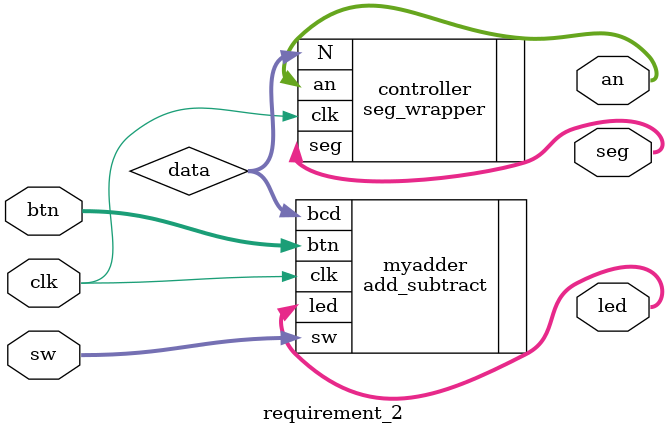
<source format=v>
`timescale 1ns / 1ps

module requirement_2(
    
    input [7:0]sw,
    input [2:0]btn,
    input clk,
    output [1:0]led,
    output [3:0]an,
    output [7:0]seg
    
    );
    
    wire [11:0]data;
    
    add_subtract myadder(
        .sw(sw),
        .btn(btn),
        .led(led),
        .clk(clk),
        .bcd(data)
    );
    
    seg_wrapper controller(
        .clk(clk),
        .seg(seg),
        .an(an),
        .N(data)
    );
    
endmodule

</source>
